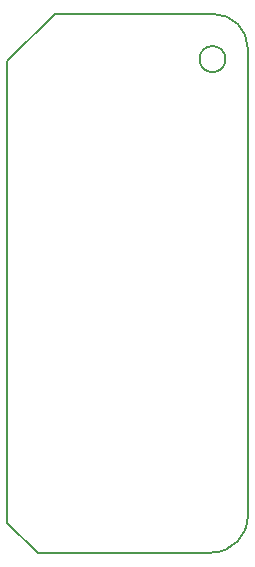
<source format=gm1>
%TF.GenerationSoftware,KiCad,Pcbnew,(5.1.8)-1*%
%TF.CreationDate,2021-04-24T14:29:12+03:00*%
%TF.ProjectId,lcd_pcb,6c63645f-7063-4622-9e6b-696361645f70,rev?*%
%TF.SameCoordinates,Original*%
%TF.FileFunction,Profile,NP*%
%FSLAX46Y46*%
G04 Gerber Fmt 4.6, Leading zero omitted, Abs format (unit mm)*
G04 Created by KiCad (PCBNEW (5.1.8)-1) date 2021-04-24 14:29:12*
%MOMM*%
%LPD*%
G01*
G04 APERTURE LIST*
%TA.AperFunction,Profile*%
%ADD10C,0.150000*%
%TD*%
G04 APERTURE END LIST*
D10*
X36300000Y-58400000D02*
G75*
G02*
X33200000Y-61500000I-3100000J0D01*
G01*
X33400000Y-15900000D02*
G75*
G02*
X36300000Y-18800000I0J-2900000D01*
G01*
X20000000Y-15900000D02*
X15905999Y-19918000D01*
X36300000Y-58400000D02*
X36300000Y-18800000D01*
X18500000Y-61500000D02*
X33200000Y-61500000D01*
X33400000Y-15900000D02*
X20000000Y-15900000D01*
X15905999Y-59018000D02*
X18500000Y-61500000D01*
X15905999Y-19918000D02*
X15905999Y-59018000D01*
X34405999Y-19718000D02*
G75*
G03*
X34405999Y-19718000I-1100000J0D01*
G01*
M02*

</source>
